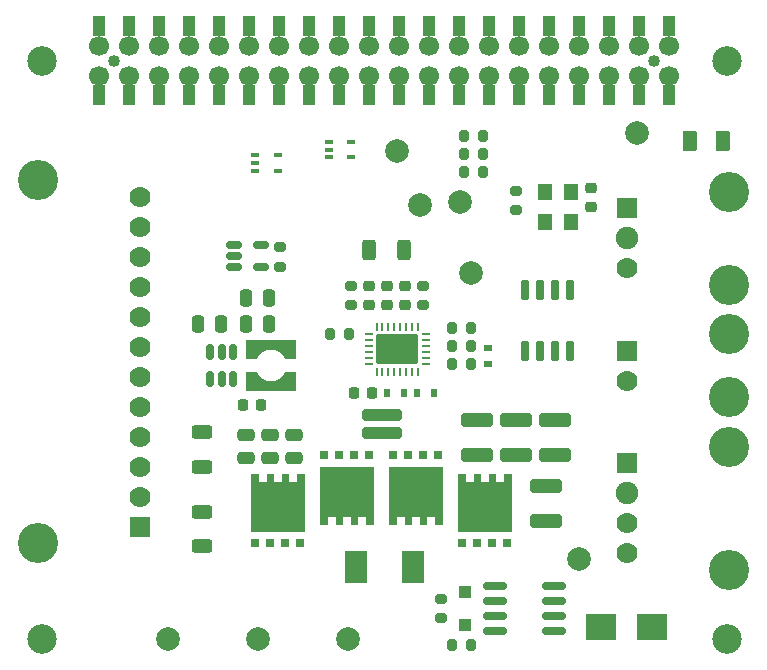
<source format=gbr>
%TF.GenerationSoftware,KiCad,Pcbnew,7.0.10-7.0.10~ubuntu22.04.1*%
%TF.CreationDate,2024-02-04T10:47:16-08:00*%
%TF.ProjectId,PI-Power-Board,50492d50-6f77-4657-922d-426f6172642e,rev?*%
%TF.SameCoordinates,Original*%
%TF.FileFunction,Soldermask,Top*%
%TF.FilePolarity,Negative*%
%FSLAX46Y46*%
G04 Gerber Fmt 4.6, Leading zero omitted, Abs format (unit mm)*
G04 Created by KiCad (PCBNEW 7.0.10-7.0.10~ubuntu22.04.1) date 2024-02-04 10:47:16*
%MOMM*%
%LPD*%
G01*
G04 APERTURE LIST*
G04 Aperture macros list*
%AMRoundRect*
0 Rectangle with rounded corners*
0 $1 Rounding radius*
0 $2 $3 $4 $5 $6 $7 $8 $9 X,Y pos of 4 corners*
0 Add a 4 corners polygon primitive as box body*
4,1,4,$2,$3,$4,$5,$6,$7,$8,$9,$2,$3,0*
0 Add four circle primitives for the rounded corners*
1,1,$1+$1,$2,$3*
1,1,$1+$1,$4,$5*
1,1,$1+$1,$6,$7*
1,1,$1+$1,$8,$9*
0 Add four rect primitives between the rounded corners*
20,1,$1+$1,$2,$3,$4,$5,0*
20,1,$1+$1,$4,$5,$6,$7,0*
20,1,$1+$1,$6,$7,$8,$9,0*
20,1,$1+$1,$8,$9,$2,$3,0*%
%AMFreePoly0*
4,1,19,2.150000,-1.500000,1.178000,-1.500000,1.004600,-1.196144,0.973342,-1.155910,0.813266,-1.008178,0.631098,-0.888747,0.431787,-0.800859,0.232864,-0.750000,-0.230715,-0.750000,-0.424765,-0.798454,-0.624566,-0.885221,-0.807402,-1.003628,-0.968306,-1.150458,-1.005627,-1.197944,-1.178000,-1.500000,-2.150000,-1.500000,-2.150000,0.100000,2.150000,0.100000,2.150000,-1.500000,2.150000,-1.500000,
$1*%
%AMFreePoly1*
4,1,18,2.145000,-2.250000,-2.145000,-2.250000,-2.805000,-2.250000,-2.805000,-1.590000,-2.145000,-1.590000,-2.145000,-0.970000,-2.805000,-0.970000,-2.805000,-0.310000,-2.145000,-0.310000,-2.145000,0.310000,-2.805000,0.310000,-2.805000,0.970000,-2.145000,0.970000,-2.145000,1.590000,-2.805000,1.590000,-2.805000,2.250000,2.145000,2.250000,2.145000,-2.250000,2.145000,-2.250000,$1*%
G04 Aperture macros list end*
%ADD10RoundRect,0.250000X-1.100000X0.325000X-1.100000X-0.325000X1.100000X-0.325000X1.100000X0.325000X0*%
%ADD11RoundRect,0.200000X0.200000X0.275000X-0.200000X0.275000X-0.200000X-0.275000X0.200000X-0.275000X0*%
%ADD12C,2.000000*%
%ADD13RoundRect,0.150000X-0.512500X-0.150000X0.512500X-0.150000X0.512500X0.150000X-0.512500X0.150000X0*%
%ADD14RoundRect,0.225000X0.225000X0.250000X-0.225000X0.250000X-0.225000X-0.250000X0.225000X-0.250000X0*%
%ADD15RoundRect,0.250000X0.475000X-0.250000X0.475000X0.250000X-0.475000X0.250000X-0.475000X-0.250000X0*%
%ADD16FreePoly0,180.000000*%
%ADD17FreePoly0,0.000000*%
%ADD18R,1.200000X1.400000*%
%ADD19R,0.660000X0.750000*%
%ADD20FreePoly1,270.000000*%
%ADD21R,0.650000X0.400000*%
%ADD22C,3.400000*%
%ADD23R,1.778000X1.778000*%
%ADD24C,1.905000*%
%ADD25C,1.778000*%
%ADD26RoundRect,0.250000X-0.625000X0.312500X-0.625000X-0.312500X0.625000X-0.312500X0.625000X0.312500X0*%
%ADD27FreePoly1,90.000000*%
%ADD28RoundRect,0.200000X-0.275000X0.200000X-0.275000X-0.200000X0.275000X-0.200000X0.275000X0.200000X0*%
%ADD29RoundRect,0.250000X-0.250000X-0.475000X0.250000X-0.475000X0.250000X0.475000X-0.250000X0.475000X0*%
%ADD30R,1.100000X1.100000*%
%ADD31R,0.600000X0.700000*%
%ADD32RoundRect,0.250000X0.250000X0.475000X-0.250000X0.475000X-0.250000X-0.475000X0.250000X-0.475000X0*%
%ADD33C,2.500000*%
%ADD34RoundRect,0.150000X-0.825000X-0.150000X0.825000X-0.150000X0.825000X0.150000X-0.825000X0.150000X0*%
%ADD35RoundRect,0.200000X-0.200000X-0.275000X0.200000X-0.275000X0.200000X0.275000X-0.200000X0.275000X0*%
%ADD36R,2.500000X2.300000*%
%ADD37RoundRect,0.200000X0.275000X-0.200000X0.275000X0.200000X-0.275000X0.200000X-0.275000X-0.200000X0*%
%ADD38R,0.700000X0.600000*%
%ADD39RoundRect,0.225000X-0.225000X-0.250000X0.225000X-0.250000X0.225000X0.250000X-0.225000X0.250000X0*%
%ADD40C,1.020000*%
%ADD41C,1.700000*%
%ADD42R,1.020000X1.780000*%
%ADD43RoundRect,0.225000X0.250000X-0.225000X0.250000X0.225000X-0.250000X0.225000X-0.250000X-0.225000X0*%
%ADD44RoundRect,0.250000X-0.312500X-0.625000X0.312500X-0.625000X0.312500X0.625000X-0.312500X0.625000X0*%
%ADD45RoundRect,0.250000X1.100000X-0.325000X1.100000X0.325000X-1.100000X0.325000X-1.100000X-0.325000X0*%
%ADD46RoundRect,0.150000X-0.150000X0.512500X-0.150000X-0.512500X0.150000X-0.512500X0.150000X0.512500X0*%
%ADD47RoundRect,0.250000X1.450000X-0.250000X1.450000X0.250000X-1.450000X0.250000X-1.450000X-0.250000X0*%
%ADD48RoundRect,0.150000X-0.150000X0.725000X-0.150000X-0.725000X0.150000X-0.725000X0.150000X0.725000X0*%
%ADD49RoundRect,0.050000X-0.070000X0.250000X-0.070000X-0.250000X0.070000X-0.250000X0.070000X0.250000X0*%
%ADD50RoundRect,0.050000X-0.250000X-0.070000X0.250000X-0.070000X0.250000X0.070000X-0.250000X0.070000X0*%
%ADD51C,0.400000*%
%ADD52RoundRect,0.050000X1.725000X-1.225000X1.725000X1.225000X-1.725000X1.225000X-1.725000X-1.225000X0*%
%ADD53R,1.905000X2.790000*%
%ADD54RoundRect,0.250000X0.375000X0.625000X-0.375000X0.625000X-0.375000X-0.625000X0.375000X-0.625000X0*%
G04 APERTURE END LIST*
D10*
%TO.C,C10*%
X103632000Y-104951000D03*
X103632000Y-107901000D03*
%TD*%
D11*
%TO.C,R9*%
X99885000Y-97168000D03*
X98235000Y-97168000D03*
%TD*%
D12*
%TO.C,TP7*%
X95529400Y-86690200D03*
%TD*%
D13*
%TO.C,U3*%
X79761500Y-90109000D03*
X79761500Y-91059000D03*
X79761500Y-92009000D03*
X82036500Y-92009000D03*
X82036500Y-90109000D03*
%TD*%
D14*
%TO.C,C30*%
X91453000Y-102616000D03*
X89903000Y-102616000D03*
%TD*%
D15*
%TO.C,C14*%
X84836000Y-108138000D03*
X84836000Y-106238000D03*
%TD*%
D16*
%TO.C,L1*%
X82931000Y-102380000D03*
D17*
X82931000Y-98280000D03*
%TD*%
D18*
%TO.C,U2*%
X108288000Y-88138000D03*
X108288000Y-85598000D03*
X106088000Y-85598000D03*
X106088000Y-88138000D03*
%TD*%
D19*
%TO.C,Q4*%
X99095800Y-115333000D03*
X100375800Y-115333000D03*
X101655800Y-115333000D03*
X102935800Y-115333000D03*
D20*
X101015800Y-112263000D03*
%TD*%
D21*
%TO.C,U1*%
X81600000Y-82535000D03*
X81600000Y-83185000D03*
X81600000Y-83835000D03*
X83500000Y-83835000D03*
X83500000Y-82535000D03*
%TD*%
D22*
%TO.C,J5*%
X121683500Y-107185000D03*
X121683500Y-117605000D03*
D23*
X113043500Y-108585000D03*
D24*
X113043500Y-111125000D03*
D25*
X113043500Y-113665000D03*
X113043500Y-116205000D03*
%TD*%
D26*
%TO.C,R14*%
X77089000Y-105979500D03*
X77089000Y-108904500D03*
%TD*%
D19*
%TO.C,Q2*%
X97093800Y-107928000D03*
X95813800Y-107928000D03*
X94533800Y-107928000D03*
X93253800Y-107928000D03*
D27*
X95173800Y-110998000D03*
%TD*%
D28*
%TO.C,R4*%
X103632000Y-85535000D03*
X103632000Y-87185000D03*
%TD*%
D29*
%TO.C,C6*%
X76774000Y-96774000D03*
X78674000Y-96774000D03*
%TD*%
D21*
%TO.C,U11*%
X87816000Y-81387000D03*
X87816000Y-82037000D03*
X87816000Y-82687000D03*
X89716000Y-82687000D03*
X89716000Y-81387000D03*
%TD*%
D28*
%TO.C,R7*%
X89662000Y-93549000D03*
X89662000Y-95199000D03*
%TD*%
D30*
%TO.C,D5*%
X99314000Y-119504000D03*
X99314000Y-122304000D03*
%TD*%
D31*
%TO.C,D4*%
X96712000Y-102616000D03*
X95312000Y-102616000D03*
%TD*%
D10*
%TO.C,C11*%
X106934000Y-104951000D03*
X106934000Y-107901000D03*
%TD*%
D11*
%TO.C,R17*%
X99885000Y-123952000D03*
X98235000Y-123952000D03*
%TD*%
D32*
%TO.C,C7*%
X82738000Y-96774000D03*
X80838000Y-96774000D03*
%TD*%
D31*
%TO.C,D3*%
X92772000Y-102616000D03*
X94172000Y-102616000D03*
%TD*%
D11*
%TO.C,R10*%
X89547200Y-97676000D03*
X87897200Y-97676000D03*
%TD*%
D12*
%TO.C,TP2*%
X108966000Y-116713000D03*
%TD*%
D33*
%TO.C,H2*%
X63500000Y-74500000D03*
%TD*%
D34*
%TO.C,Q5*%
X101919000Y-118999000D03*
X101919000Y-120269000D03*
X101919000Y-121539000D03*
X101919000Y-122809000D03*
X106869000Y-122809000D03*
X106869000Y-121539000D03*
X106869000Y-120269000D03*
X106869000Y-118999000D03*
%TD*%
D35*
%TO.C,R1*%
X99251000Y-80899000D03*
X100901000Y-80899000D03*
%TD*%
D36*
%TO.C,D6*%
X115180000Y-122428000D03*
X110880000Y-122428000D03*
%TD*%
D22*
%TO.C,J3*%
X63217000Y-115370000D03*
X63217000Y-84630000D03*
D23*
X71857000Y-113970000D03*
D25*
X71857000Y-111430000D03*
X71857000Y-108890000D03*
X71857000Y-106350000D03*
X71857000Y-103810000D03*
X71857000Y-101270000D03*
X71857000Y-98730000D03*
X71857000Y-96190000D03*
X71857000Y-93650000D03*
X71857000Y-91110000D03*
X71857000Y-88570000D03*
X71857000Y-86030000D03*
%TD*%
D22*
%TO.C,J4*%
X121670000Y-97660000D03*
X121670000Y-103000000D03*
D23*
X113030000Y-99060000D03*
D25*
X113030000Y-101600000D03*
%TD*%
D12*
%TO.C,TP9*%
X93599000Y-82194400D03*
%TD*%
D37*
%TO.C,R6*%
X83693000Y-91945000D03*
X83693000Y-90295000D03*
%TD*%
D38*
%TO.C,D2*%
X101320600Y-98817200D03*
X101320600Y-100217200D03*
%TD*%
D39*
%TO.C,C8*%
X80505000Y-103632000D03*
X82055000Y-103632000D03*
%TD*%
D37*
%TO.C,R16*%
X97282000Y-121729000D03*
X97282000Y-120079000D03*
%TD*%
D35*
%TO.C,R2*%
X99251000Y-82423000D03*
X100901000Y-82423000D03*
%TD*%
D33*
%TO.C,H8*%
X121500000Y-123500000D03*
%TD*%
D35*
%TO.C,R11*%
X98235000Y-98692000D03*
X99885000Y-98692000D03*
%TD*%
D12*
%TO.C,TP3*%
X74168000Y-123444000D03*
%TD*%
D10*
%TO.C,C9*%
X100330000Y-104951000D03*
X100330000Y-107901000D03*
%TD*%
D15*
%TO.C,C12*%
X80772000Y-108138000D03*
X80772000Y-106238000D03*
%TD*%
D40*
%TO.C,J1*%
X69640000Y-74500000D03*
X115360000Y-74500000D03*
D41*
X68370000Y-75770000D03*
D42*
X68370000Y-77410000D03*
X68370000Y-71590000D03*
D41*
X68370000Y-73230000D03*
X70910000Y-75770000D03*
D42*
X70910000Y-77410000D03*
X70910000Y-71590000D03*
D41*
X70910000Y-73230000D03*
X73450000Y-75770000D03*
D42*
X73450000Y-77410000D03*
X73450000Y-71590000D03*
D41*
X73450000Y-73230000D03*
X75990000Y-75770000D03*
D42*
X75990000Y-77410000D03*
X75990000Y-71590000D03*
D41*
X75990000Y-73230000D03*
X78530000Y-75770000D03*
D42*
X78530000Y-77410000D03*
X78530000Y-71590000D03*
D41*
X78530000Y-73230000D03*
X81070000Y-75770000D03*
D42*
X81070000Y-77410000D03*
X81070000Y-71590000D03*
D41*
X81070000Y-73230000D03*
X83610000Y-75770000D03*
D42*
X83610000Y-77410000D03*
X83610000Y-71590000D03*
D41*
X83610000Y-73230000D03*
X86150000Y-75770000D03*
D42*
X86150000Y-77410000D03*
X86150000Y-71590000D03*
D41*
X86150000Y-73230000D03*
X88690000Y-75770000D03*
D42*
X88690000Y-77410000D03*
X88690000Y-71590000D03*
D41*
X88690000Y-73230000D03*
X91230000Y-75770000D03*
D42*
X91230000Y-77410000D03*
X91230000Y-71590000D03*
D41*
X91230000Y-73230000D03*
X93770000Y-75770000D03*
D42*
X93770000Y-77410000D03*
X93770000Y-71590000D03*
D41*
X93770000Y-73230000D03*
X96310000Y-75770000D03*
D42*
X96310000Y-77410000D03*
X96310000Y-71590000D03*
D41*
X96310000Y-73230000D03*
X98850000Y-75770000D03*
D42*
X98850000Y-77410000D03*
X98850000Y-71590000D03*
D41*
X98850000Y-73230000D03*
X101390000Y-75770000D03*
D42*
X101390000Y-77410000D03*
X101390000Y-71590000D03*
D41*
X101390000Y-73230000D03*
X103930000Y-75770000D03*
D42*
X103930000Y-77410000D03*
X103930000Y-71590000D03*
D41*
X103930000Y-73230000D03*
X106470000Y-75770000D03*
D42*
X106470000Y-77410000D03*
X106470000Y-71590000D03*
D41*
X106470000Y-73230000D03*
X109010000Y-75770000D03*
D42*
X109010000Y-77410000D03*
X109010000Y-71590000D03*
D41*
X109010000Y-73230000D03*
X111550000Y-75770000D03*
D42*
X111550000Y-77410000D03*
X111550000Y-71590000D03*
D41*
X111550000Y-73230000D03*
X114090000Y-75770000D03*
D42*
X114090000Y-77410000D03*
X114090000Y-71590000D03*
D41*
X114090000Y-73230000D03*
X116630000Y-75770000D03*
D42*
X116630000Y-77410000D03*
X116630000Y-71590000D03*
D41*
X116630000Y-73230000D03*
%TD*%
D12*
%TO.C,TP6*%
X98933000Y-86487000D03*
%TD*%
D35*
%TO.C,R3*%
X99251000Y-83947000D03*
X100901000Y-83947000D03*
%TD*%
D32*
%TO.C,C5*%
X82738000Y-94615000D03*
X80838000Y-94615000D03*
%TD*%
D43*
%TO.C,C3*%
X92710000Y-95162000D03*
X92710000Y-93612000D03*
%TD*%
D12*
%TO.C,TP4*%
X81788000Y-123444000D03*
%TD*%
D19*
%TO.C,Q3*%
X81569800Y-115333000D03*
X82849800Y-115333000D03*
X84129800Y-115333000D03*
X85409800Y-115333000D03*
D20*
X83489800Y-112263000D03*
%TD*%
D19*
%TO.C,Q1*%
X91251800Y-107928000D03*
X89971800Y-107928000D03*
X88691800Y-107928000D03*
X87411800Y-107928000D03*
D27*
X89331800Y-110998000D03*
%TD*%
D43*
%TO.C,C2*%
X91186000Y-95162000D03*
X91186000Y-93612000D03*
%TD*%
D12*
%TO.C,TP5*%
X89408000Y-123444000D03*
%TD*%
D44*
%TO.C,R5*%
X91247500Y-90551000D03*
X94172500Y-90551000D03*
%TD*%
D45*
%TO.C,C15*%
X106172000Y-113489000D03*
X106172000Y-110539000D03*
%TD*%
D46*
%TO.C,U6*%
X79690000Y-99192500D03*
X78740000Y-99192500D03*
X77790000Y-99192500D03*
X77790000Y-101467500D03*
X78740000Y-101467500D03*
X79690000Y-101467500D03*
%TD*%
D43*
%TO.C,C1*%
X109982000Y-86881000D03*
X109982000Y-85331000D03*
%TD*%
D47*
%TO.C,R13*%
X92329000Y-106046000D03*
X92329000Y-104546000D03*
%TD*%
D48*
%TO.C,U4*%
X108204000Y-93945000D03*
X106934000Y-93945000D03*
X105664000Y-93945000D03*
X104394000Y-93945000D03*
X104394000Y-99095000D03*
X105664000Y-99095000D03*
X106934000Y-99095000D03*
X108204000Y-99095000D03*
%TD*%
D37*
%TO.C,R8*%
X95758000Y-95212000D03*
X95758000Y-93562000D03*
%TD*%
D12*
%TO.C,TP8*%
X113919000Y-80645000D03*
%TD*%
%TO.C,TP1*%
X99822000Y-92456000D03*
%TD*%
D49*
%TO.C,U5*%
X95349000Y-97046000D03*
X94849000Y-97046000D03*
X94349000Y-97046000D03*
X93849000Y-97046000D03*
X93349000Y-97046000D03*
X92849000Y-97046000D03*
X92349000Y-97046000D03*
X91849000Y-97046000D03*
D50*
X91199000Y-97696000D03*
X91199000Y-98196000D03*
X91199000Y-98696000D03*
X91199000Y-99196000D03*
X91199000Y-99696000D03*
X91199000Y-100196000D03*
D49*
X91849000Y-100846000D03*
X92349000Y-100846000D03*
X92849000Y-100846000D03*
X93349000Y-100846000D03*
X93849000Y-100846000D03*
X94349000Y-100846000D03*
X94849000Y-100846000D03*
X95349000Y-100846000D03*
D50*
X95999000Y-100196000D03*
X95999000Y-99696000D03*
X95999000Y-99196000D03*
X95999000Y-98696000D03*
X95999000Y-98196000D03*
X95999000Y-97696000D03*
D51*
X93599000Y-97921000D03*
X95124000Y-98946000D03*
X93599000Y-98946000D03*
D52*
X93599000Y-98946000D03*
D51*
X92074000Y-98946000D03*
X93599000Y-99971000D03*
%TD*%
D33*
%TO.C,H4*%
X121500000Y-74500000D03*
%TD*%
D43*
%TO.C,C4*%
X94234000Y-95162000D03*
X94234000Y-93612000D03*
%TD*%
D22*
%TO.C,J2*%
X121670000Y-85595000D03*
X121670000Y-93475000D03*
D23*
X113030000Y-86995000D03*
D24*
X113030000Y-89535000D03*
D25*
X113030000Y-92075000D03*
%TD*%
D33*
%TO.C,H6*%
X63500000Y-123500000D03*
%TD*%
D26*
%TO.C,R15*%
X77089000Y-112710500D03*
X77089000Y-115635500D03*
%TD*%
D15*
%TO.C,C13*%
X82804000Y-108138000D03*
X82804000Y-106238000D03*
%TD*%
D11*
%TO.C,R12*%
X99885000Y-100216000D03*
X98235000Y-100216000D03*
%TD*%
D53*
%TO.C,L2*%
X94932300Y-117348000D03*
X90081300Y-117348000D03*
%TD*%
D54*
%TO.C,D1*%
X121164000Y-81280000D03*
X118364000Y-81280000D03*
%TD*%
M02*

</source>
